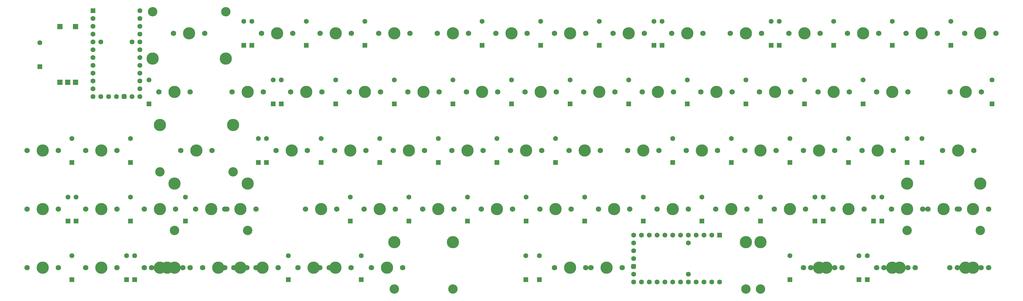
<source format=gbr>
%TF.GenerationSoftware,KiCad,Pcbnew,5.99.0+really5.1.10+dfsg1-1*%
%TF.CreationDate,2021-06-30T17:07:38-04:00*%
%TF.ProjectId,Pikatea Keyboard Teensy2,50696b61-7465-4612-904b-6579626f6172,rev?*%
%TF.SameCoordinates,Original*%
%TF.FileFunction,Soldermask,Bot*%
%TF.FilePolarity,Negative*%
%FSLAX46Y46*%
G04 Gerber Fmt 4.6, Leading zero omitted, Abs format (unit mm)*
G04 Created by KiCad (PCBNEW 5.99.0+really5.1.10+dfsg1-1) date 2021-06-30 17:07:38*
%MOMM*%
%LPD*%
G01*
G04 APERTURE LIST*
%ADD10C,3.987800*%
%ADD11C,1.750000*%
%ADD12C,3.048000*%
%ADD13C,1.600000*%
%ADD14R,1.600000X1.600000*%
%ADD15R,1.700000X1.700000*%
G04 APERTURE END LIST*
D10*
%TO.C,MX_RSHFT1*%
X21431250Y-130950000D03*
D11*
X26511250Y-130950000D03*
X16351250Y-130950000D03*
D12*
X33337500Y-137935000D03*
X9525000Y-137935000D03*
D10*
X33337500Y-122695000D03*
X9525000Y-122695000D03*
%TD*%
D11*
%TO.C,MX_0*%
X75882500Y-73800000D03*
X86042500Y-73800000D03*
D10*
X80962500Y-73800000D03*
%TD*%
%TO.C,MX_RSHFT2*%
X30956250Y-130950000D03*
D11*
X36036250Y-130950000D03*
X25876250Y-130950000D03*
%TD*%
D10*
%TO.C,MX_ENTER1*%
X16668750Y-111900000D03*
D11*
X21748750Y-111900000D03*
X11588750Y-111900000D03*
D12*
X28575000Y-118885000D03*
X4762500Y-118885000D03*
D10*
X28575000Y-103645000D03*
X4762500Y-103645000D03*
%TD*%
D13*
%TO.C,D70*%
X13081000Y-127037000D03*
D14*
X13081000Y-134837000D03*
%TD*%
D13*
%TO.C,D69*%
X-34226500Y-76872000D03*
D14*
X-34226500Y-84672000D03*
%TD*%
D13*
%TO.C,D68*%
X32004000Y-69887000D03*
D14*
X32004000Y-77687000D03*
%TD*%
D13*
%TO.C,D67*%
X34671000Y-69887000D03*
D14*
X34671000Y-77687000D03*
%TD*%
D13*
%TO.C,D66*%
X52387500Y-69887000D03*
D14*
X52387500Y-77687000D03*
%TD*%
D13*
%TO.C,D65*%
X71437500Y-69887000D03*
D14*
X71437500Y-77687000D03*
%TD*%
D13*
%TO.C,D64*%
X109537500Y-69887000D03*
D14*
X109537500Y-77687000D03*
%TD*%
D13*
%TO.C,D63*%
X128587500Y-69887000D03*
D14*
X128587500Y-77687000D03*
%TD*%
D13*
%TO.C,D62*%
X147637500Y-69887000D03*
D14*
X147637500Y-77687000D03*
%TD*%
D13*
%TO.C,D61*%
X165354000Y-69887000D03*
D14*
X165354000Y-77687000D03*
%TD*%
D13*
%TO.C,D60*%
X168021000Y-69887000D03*
D14*
X168021000Y-77687000D03*
%TD*%
D13*
%TO.C,D59*%
X203454000Y-69887000D03*
D14*
X203454000Y-77687000D03*
%TD*%
D13*
%TO.C,D58*%
X206121000Y-69887000D03*
D14*
X206121000Y-77687000D03*
%TD*%
D13*
%TO.C,D57*%
X223837500Y-69887000D03*
D14*
X223837500Y-77687000D03*
%TD*%
D13*
%TO.C,D56*%
X242887500Y-69887000D03*
D14*
X242887500Y-77687000D03*
%TD*%
D13*
%TO.C,D54*%
X-25146000Y-127037000D03*
D14*
X-25146000Y-134837000D03*
%TD*%
D13*
%TO.C,D53*%
X-23812500Y-107987000D03*
D14*
X-23812500Y-115787000D03*
%TD*%
D13*
%TO.C,D52*%
X-23812500Y-146087000D03*
D14*
X-23812500Y-153887000D03*
%TD*%
D13*
%TO.C,D51*%
X-22479000Y-127037000D03*
D14*
X-22479000Y-134837000D03*
%TD*%
D13*
%TO.C,D50*%
X-4762500Y-107987000D03*
D14*
X-4762500Y-115787000D03*
%TD*%
D13*
%TO.C,D49*%
X-6096000Y-146087000D03*
D14*
X-6096000Y-153887000D03*
%TD*%
D13*
%TO.C,D48*%
X-4762500Y-127037000D03*
D14*
X-4762500Y-134837000D03*
%TD*%
D13*
%TO.C,D47*%
X1206500Y-88937000D03*
D14*
X1206500Y-96737000D03*
%TD*%
D13*
%TO.C,D46*%
X-3429000Y-146087000D03*
D14*
X-3429000Y-153887000D03*
%TD*%
D13*
%TO.C,D45*%
X36766500Y-107987000D03*
D14*
X36766500Y-115787000D03*
%TD*%
D13*
%TO.C,D44*%
X41592500Y-88937000D03*
D14*
X41592500Y-96737000D03*
%TD*%
D13*
%TO.C,D43*%
X46482000Y-146087000D03*
D14*
X46482000Y-153887000D03*
%TD*%
D13*
%TO.C,D42*%
X39433500Y-107987000D03*
D14*
X39433500Y-115787000D03*
%TD*%
D13*
%TO.C,D41*%
X44196000Y-88937000D03*
D14*
X44196000Y-96737000D03*
%TD*%
D13*
%TO.C,D40*%
X70231000Y-146087000D03*
D14*
X70231000Y-153887000D03*
%TD*%
D13*
%TO.C,D39*%
X66675000Y-127037000D03*
D14*
X66675000Y-134837000D03*
%TD*%
D13*
%TO.C,D38*%
X57150000Y-107987000D03*
D14*
X57150000Y-115787000D03*
%TD*%
D13*
%TO.C,D37*%
X61912500Y-88937000D03*
D14*
X61912500Y-96737000D03*
%TD*%
D13*
%TO.C,D36*%
X123761500Y-146087000D03*
D14*
X123761500Y-153887000D03*
%TD*%
D13*
%TO.C,D35*%
X85725000Y-127037000D03*
D14*
X85725000Y-134837000D03*
%TD*%
D13*
%TO.C,D34*%
X76200000Y-107987000D03*
D14*
X76200000Y-115787000D03*
%TD*%
D13*
%TO.C,D33*%
X80962500Y-88937000D03*
D14*
X80962500Y-96737000D03*
%TD*%
D13*
%TO.C,D32*%
X104775000Y-127037000D03*
D14*
X104775000Y-134837000D03*
%TD*%
D13*
%TO.C,D31*%
X95250000Y-107987000D03*
D14*
X95250000Y-115787000D03*
%TD*%
D13*
%TO.C,D30*%
X100012500Y-88937000D03*
D14*
X100012500Y-96737000D03*
%TD*%
D13*
%TO.C,D29*%
X123825000Y-127037000D03*
D14*
X123825000Y-134837000D03*
%TD*%
D13*
%TO.C,D28*%
X114300000Y-107987000D03*
D14*
X114300000Y-115787000D03*
%TD*%
D13*
%TO.C,D27*%
X119062500Y-88937000D03*
D14*
X119062500Y-96737000D03*
%TD*%
D13*
%TO.C,D26*%
X142875000Y-127037000D03*
D14*
X142875000Y-134837000D03*
%TD*%
D13*
%TO.C,D25*%
X133350000Y-107987000D03*
D14*
X133350000Y-115787000D03*
%TD*%
D13*
%TO.C,D24*%
X128143000Y-146087000D03*
D14*
X128143000Y-153887000D03*
%TD*%
D13*
%TO.C,D23*%
X138112500Y-88937000D03*
D14*
X138112500Y-96737000D03*
%TD*%
D13*
%TO.C,D22*%
X161925000Y-127037000D03*
D14*
X161925000Y-134837000D03*
%TD*%
D13*
%TO.C,D21*%
X171450000Y-107987000D03*
D14*
X171450000Y-115787000D03*
%TD*%
D13*
%TO.C,D20*%
X157162500Y-88937000D03*
D14*
X157162500Y-96737000D03*
%TD*%
D13*
%TO.C,D19*%
X180975000Y-127037000D03*
D14*
X180975000Y-134837000D03*
%TD*%
D13*
%TO.C,D18*%
X190500000Y-107987000D03*
D14*
X190500000Y-115787000D03*
%TD*%
D13*
%TO.C,D17*%
X176212500Y-88937000D03*
D14*
X176212500Y-96737000D03*
%TD*%
D13*
%TO.C,D16*%
X200025000Y-127037000D03*
D14*
X200025000Y-134837000D03*
%TD*%
D13*
%TO.C,D15*%
X209550000Y-107987000D03*
D14*
X209550000Y-115787000D03*
%TD*%
D13*
%TO.C,D14*%
X195262500Y-88937000D03*
D14*
X195262500Y-96737000D03*
%TD*%
D13*
%TO.C,D13*%
X217741500Y-127037000D03*
D14*
X217741500Y-134837000D03*
%TD*%
D13*
%TO.C,D12*%
X228600000Y-107987000D03*
D14*
X228600000Y-115787000D03*
%TD*%
D13*
%TO.C,D11*%
X214312500Y-88937000D03*
D14*
X214312500Y-96737000D03*
%TD*%
D13*
%TO.C,D10*%
X220408500Y-127037000D03*
D14*
X220408500Y-134837000D03*
%TD*%
D13*
%TO.C,D9*%
X209550000Y-146087000D03*
D14*
X209550000Y-153887000D03*
%TD*%
D13*
%TO.C,D8*%
X247650000Y-107987000D03*
D14*
X247650000Y-115787000D03*
%TD*%
D13*
%TO.C,D7*%
X233362500Y-88937000D03*
D14*
X233362500Y-96737000D03*
%TD*%
D13*
%TO.C,D6*%
X236791500Y-127037000D03*
D14*
X236791500Y-134837000D03*
%TD*%
D13*
%TO.C,D5*%
X232029000Y-146087000D03*
D14*
X232029000Y-153887000D03*
%TD*%
D13*
%TO.C,D4*%
X239458500Y-127037000D03*
D14*
X239458500Y-134837000D03*
%TD*%
D13*
%TO.C,D3*%
X252476000Y-107987000D03*
D14*
X252476000Y-115787000D03*
%TD*%
D13*
%TO.C,D2*%
X275272500Y-88937000D03*
D14*
X275272500Y-96737000D03*
%TD*%
D13*
%TO.C,D1*%
X234696000Y-146087000D03*
D14*
X234696000Y-153887000D03*
%TD*%
D13*
%TO.C,D55*%
X261937500Y-69887000D03*
D14*
X261937500Y-77687000D03*
%TD*%
D10*
%TO.C,MX_LSHFT2*%
X269062500Y-130950000D03*
D11*
X274142500Y-130950000D03*
X263982500Y-130950000D03*
%TD*%
D10*
%TO.C,MX_LSHFT1*%
X259556250Y-130950000D03*
D11*
X264636250Y-130950000D03*
X254476250Y-130950000D03*
D12*
X271462500Y-137935000D03*
X247650000Y-137935000D03*
D10*
X271462500Y-122695000D03*
X247650000Y-122695000D03*
%TD*%
%TO.C,MX_LCTRL2*%
X266681250Y-150000000D03*
D11*
X271761250Y-150000000D03*
X261601250Y-150000000D03*
%TD*%
D10*
%TO.C,MX_LCTRL1*%
X269062500Y-150000000D03*
D11*
X274142500Y-150000000D03*
X263982500Y-150000000D03*
%TD*%
D10*
%TO.C,MX_LALT2*%
X219056250Y-150000000D03*
D11*
X224136250Y-150000000D03*
X213976250Y-150000000D03*
%TD*%
D10*
%TO.C,MX_LALT1*%
X221437500Y-150000000D03*
D11*
X226517500Y-150000000D03*
X216357500Y-150000000D03*
%TD*%
D10*
%TO.C,MX_SPACE2*%
X138093750Y-150000000D03*
D11*
X143173750Y-150000000D03*
X133013750Y-150000000D03*
D12*
X195243750Y-156985000D03*
X80943750Y-156985000D03*
D10*
X195243750Y-141745000D03*
X80943750Y-141745000D03*
%TD*%
%TO.C,MX_SPACE1*%
X150000000Y-150000000D03*
D11*
X155080000Y-150000000D03*
X144920000Y-150000000D03*
D12*
X199999900Y-156985000D03*
X100000100Y-156985000D03*
D10*
X199999900Y-141745000D03*
X100000100Y-141745000D03*
%TD*%
%TO.C,MX_BSPC1*%
X14287500Y-73800000D03*
D11*
X19367500Y-73800000D03*
X9207500Y-73800000D03*
D12*
X26193750Y-66815000D03*
X2381250Y-66815000D03*
D10*
X26193750Y-82055000D03*
X2381250Y-82055000D03*
%TD*%
%TO.C,MX_BSLSH1*%
X9525000Y-92850000D03*
D11*
X14605000Y-92850000D03*
X4445000Y-92850000D03*
%TD*%
D10*
%TO.C,MX_TAB1*%
X266700000Y-92850000D03*
D11*
X271780000Y-92850000D03*
X261620000Y-92850000D03*
%TD*%
D10*
%TO.C,MX_CAPS1*%
X264318750Y-111900000D03*
D11*
X269398750Y-111900000D03*
X259238750Y-111900000D03*
%TD*%
D10*
%TO.C,MX_RALT1*%
X78562500Y-150000000D03*
D11*
X83642500Y-150000000D03*
X73482500Y-150000000D03*
%TD*%
D10*
%TO.C,MX_RMENU2*%
X38100000Y-150000000D03*
D11*
X43180000Y-150000000D03*
X33020000Y-150000000D03*
%TD*%
D10*
%TO.C,MX_RMENU1*%
X30956250Y-150000000D03*
D11*
X36036250Y-150000000D03*
X25876250Y-150000000D03*
%TD*%
D10*
%TO.C,MX_RCTRL2*%
X9521250Y-150000000D03*
D11*
X14601250Y-150000000D03*
X4441250Y-150000000D03*
%TD*%
D10*
%TO.C,MX_RCTRL1*%
X7140000Y-150000000D03*
D11*
X12220000Y-150000000D03*
X2060000Y-150000000D03*
%TD*%
D10*
%TO.C,MX_RMENU3*%
X23780000Y-150000000D03*
D11*
X28860000Y-150000000D03*
X18700000Y-150000000D03*
%TD*%
D10*
%TO.C,MX_Q1*%
X242887500Y-92850000D03*
D11*
X247967500Y-92850000D03*
X237807500Y-92850000D03*
%TD*%
D10*
%TO.C,MX_LMENU2*%
X242868750Y-150000000D03*
D11*
X247948750Y-150000000D03*
X237788750Y-150000000D03*
%TD*%
D10*
%TO.C,MX_LMENU1*%
X245250000Y-150000000D03*
D11*
X250330000Y-150000000D03*
X240170000Y-150000000D03*
%TD*%
D10*
%TO.C,MX_EXTRA1*%
X247650000Y-130950000D03*
D11*
X252730000Y-130950000D03*
X242570000Y-130950000D03*
%TD*%
D10*
%TO.C,MX_A1*%
X238125000Y-111900000D03*
D11*
X243205000Y-111900000D03*
X233045000Y-111900000D03*
%TD*%
D10*
%TO.C,MX_RWIN2*%
X61860000Y-150000000D03*
D11*
X66940000Y-150000000D03*
X56780000Y-150000000D03*
%TD*%
D10*
%TO.C,MX_RWIN1*%
X54750000Y-150000000D03*
D11*
X59830000Y-150000000D03*
X49670000Y-150000000D03*
%TD*%
D10*
%TO.C,MX_Z1*%
X228600000Y-130950000D03*
D11*
X233680000Y-130950000D03*
X223520000Y-130950000D03*
%TD*%
D10*
%TO.C,MX_Y1*%
X147637500Y-92850000D03*
D11*
X152717500Y-92850000D03*
X142557500Y-92850000D03*
%TD*%
D10*
%TO.C,MX_X1*%
X209550000Y-130950000D03*
D11*
X214630000Y-130950000D03*
X204470000Y-130950000D03*
%TD*%
D10*
%TO.C,MX_W1*%
X223837500Y-92850000D03*
D11*
X228917500Y-92850000D03*
X218757500Y-92850000D03*
%TD*%
D10*
%TO.C,MX_V1*%
X171450000Y-130950000D03*
D11*
X176530000Y-130950000D03*
X166370000Y-130950000D03*
%TD*%
D10*
%TO.C,MX_UP2*%
X4762500Y-130950000D03*
D11*
X9842500Y-130950000D03*
X-317500Y-130950000D03*
%TD*%
D10*
%TO.C,MX_UP1*%
X-14287500Y-130950000D03*
D11*
X-9207500Y-130950000D03*
X-19367500Y-130950000D03*
%TD*%
D10*
%TO.C,MX_U1*%
X128587500Y-92850000D03*
D11*
X133667500Y-92850000D03*
X123507500Y-92850000D03*
%TD*%
D10*
%TO.C,MX_T1*%
X166687500Y-92850000D03*
D11*
X171767500Y-92850000D03*
X161607500Y-92850000D03*
%TD*%
D10*
%TO.C,MX_SEMI1*%
X66675000Y-111900000D03*
D11*
X71755000Y-111900000D03*
X61595000Y-111900000D03*
%TD*%
D10*
%TO.C,MX_S1*%
X219075000Y-111900000D03*
D11*
X224155000Y-111900000D03*
X213995000Y-111900000D03*
%TD*%
D10*
%TO.C,MX_RIGHT1*%
X-33337500Y-150000000D03*
D11*
X-28257500Y-150000000D03*
X-38417500Y-150000000D03*
%TD*%
D10*
%TO.C,MX_RCTRL3*%
X4758750Y-150000000D03*
D11*
X9838750Y-150000000D03*
X-321250Y-150000000D03*
%TD*%
D10*
%TO.C,MX_R1*%
X185737500Y-92850000D03*
D11*
X190817500Y-92850000D03*
X180657500Y-92850000D03*
%TD*%
D10*
%TO.C,MX_QUOTE1*%
X47625000Y-111900000D03*
D11*
X52705000Y-111900000D03*
X42545000Y-111900000D03*
%TD*%
D10*
%TO.C,MX_PLUS1*%
X42862500Y-73800000D03*
D11*
X47942500Y-73800000D03*
X37782500Y-73800000D03*
%TD*%
D10*
%TO.C,MX_P1*%
X71437500Y-92850000D03*
D11*
X76517500Y-92850000D03*
X66357500Y-92850000D03*
%TD*%
D10*
%TO.C,MX_OPBRK1*%
X52387500Y-92850000D03*
D11*
X57467500Y-92850000D03*
X47307500Y-92850000D03*
%TD*%
D10*
%TO.C,MX_O1*%
X90487500Y-92850000D03*
D11*
X95567500Y-92850000D03*
X85407500Y-92850000D03*
%TD*%
D10*
%TO.C,MX_N1*%
X133350000Y-130950000D03*
D11*
X138430000Y-130950000D03*
X128270000Y-130950000D03*
%TD*%
D10*
%TO.C,MX_MINUS1*%
X61912500Y-73800000D03*
D11*
X66992500Y-73800000D03*
X56832500Y-73800000D03*
%TD*%
D10*
%TO.C,MX_MACRO3*%
X-33337500Y-130950000D03*
D11*
X-28257500Y-130950000D03*
X-38417500Y-130950000D03*
%TD*%
D10*
%TO.C,MX_MACRO2*%
X-33337500Y-111900000D03*
D11*
X-28257500Y-111900000D03*
X-38417500Y-111900000D03*
%TD*%
D10*
%TO.C,MX_MACRO1*%
X-14287500Y-111900000D03*
D11*
X-9207500Y-111900000D03*
X-19367500Y-111900000D03*
%TD*%
D10*
%TO.C,MX_M1*%
X114300000Y-130950000D03*
D11*
X119380000Y-130950000D03*
X109220000Y-130950000D03*
%TD*%
D10*
%TO.C,MX_L1*%
X85725000Y-111900000D03*
D11*
X90805000Y-111900000D03*
X80645000Y-111900000D03*
%TD*%
D10*
%TO.C,MX_K1*%
X104775000Y-111900000D03*
D11*
X109855000Y-111900000D03*
X99695000Y-111900000D03*
%TD*%
D10*
%TO.C,MX_J1*%
X123825000Y-111900000D03*
D11*
X128905000Y-111900000D03*
X118745000Y-111900000D03*
%TD*%
D10*
%TO.C,MX_I1*%
X109537500Y-92850000D03*
D11*
X114617500Y-92850000D03*
X104457500Y-92850000D03*
%TD*%
D10*
%TO.C,MX_H1*%
X142875000Y-111900000D03*
D11*
X147955000Y-111900000D03*
X137795000Y-111900000D03*
%TD*%
D10*
%TO.C,MX_G1*%
X161925000Y-111900000D03*
D11*
X167005000Y-111900000D03*
X156845000Y-111900000D03*
%TD*%
D10*
%TO.C,MX_FSLSH1*%
X57150000Y-130950000D03*
D11*
X62230000Y-130950000D03*
X52070000Y-130950000D03*
%TD*%
D10*
%TO.C,MX_F1*%
X180975000Y-111900000D03*
D11*
X186055000Y-111900000D03*
X175895000Y-111900000D03*
%TD*%
D10*
%TO.C,MX_E1*%
X204787500Y-92850000D03*
D11*
X209867500Y-92850000D03*
X199707500Y-92850000D03*
%TD*%
D10*
%TO.C,MX_DOWN1*%
X-14287500Y-150000000D03*
D11*
X-9207500Y-150000000D03*
X-19367500Y-150000000D03*
%TD*%
D10*
%TO.C,MX_D1*%
X200025000Y-111900000D03*
D11*
X205105000Y-111900000D03*
X194945000Y-111900000D03*
%TD*%
D10*
%TO.C,MX_CLBRK1*%
X33337500Y-92850000D03*
D11*
X38417500Y-92850000D03*
X28257500Y-92850000D03*
%TD*%
D10*
%TO.C,MX_C1*%
X190500000Y-130950000D03*
D11*
X195580000Y-130950000D03*
X185420000Y-130950000D03*
%TD*%
D10*
%TO.C,MX_B1*%
X152400000Y-130950000D03*
D11*
X157480000Y-130950000D03*
X147320000Y-130950000D03*
%TD*%
D10*
%TO.C,MX_>1*%
X76200000Y-130950000D03*
D11*
X81280000Y-130950000D03*
X71120000Y-130950000D03*
%TD*%
D10*
%TO.C,MX_<1*%
X95250000Y-130950000D03*
D11*
X100330000Y-130950000D03*
X90170000Y-130950000D03*
%TD*%
D10*
%TO.C,MX_9*%
X100012500Y-73800000D03*
D11*
X105092500Y-73800000D03*
X94932500Y-73800000D03*
%TD*%
D10*
%TO.C,MX_8*%
X119062500Y-73800000D03*
D11*
X124142500Y-73800000D03*
X113982500Y-73800000D03*
%TD*%
D10*
%TO.C,MX_7*%
X138112500Y-73800000D03*
D11*
X143192500Y-73800000D03*
X133032500Y-73800000D03*
%TD*%
D10*
%TO.C,MX_6*%
X157162500Y-73800000D03*
D11*
X162242500Y-73800000D03*
X152082500Y-73800000D03*
%TD*%
D10*
%TO.C,MX_5*%
X176212500Y-73800000D03*
D11*
X181292500Y-73800000D03*
X171132500Y-73800000D03*
%TD*%
D10*
%TO.C,MX_4*%
X195262500Y-73800000D03*
D11*
X200342500Y-73800000D03*
X190182500Y-73800000D03*
%TD*%
D10*
%TO.C,MX_3*%
X214312500Y-73800000D03*
D11*
X219392500Y-73800000D03*
X209232500Y-73800000D03*
%TD*%
D10*
%TO.C,MX_2*%
X233362500Y-73800000D03*
D11*
X238442500Y-73800000D03*
X228282500Y-73800000D03*
%TD*%
D10*
%TO.C,MX_1*%
X252412500Y-73800000D03*
D11*
X257492500Y-73800000D03*
X247332500Y-73800000D03*
%TD*%
D10*
%TO.C,MX_ESC1*%
X271462500Y-73800000D03*
D11*
X276542500Y-73800000D03*
X266382500Y-73800000D03*
%TD*%
D13*
%TO.C,U1*%
X-4318000Y-76581000D03*
X-14478000Y-76581000D03*
X-1778000Y-66421000D03*
X-1778000Y-68961000D03*
X-1778000Y-71501000D03*
X-1778000Y-74041000D03*
X-1778000Y-76581000D03*
X-1778000Y-79121000D03*
X-1778000Y-81661000D03*
X-1778000Y-84201000D03*
X-1778000Y-86741000D03*
X-1778000Y-89281000D03*
X-1778000Y-91821000D03*
X-1778000Y-94361000D03*
X-4318000Y-94361000D03*
G36*
G01*
X-7258000Y-93561000D02*
X-6458000Y-93561000D01*
G75*
G02*
X-6058000Y-93961000I0J-400000D01*
G01*
X-6058000Y-94761000D01*
G75*
G02*
X-6458000Y-95161000I-400000J0D01*
G01*
X-7258000Y-95161000D01*
G75*
G02*
X-7658000Y-94761000I0J400000D01*
G01*
X-7658000Y-93961000D01*
G75*
G02*
X-7258000Y-93561000I400000J0D01*
G01*
G37*
X-11938000Y-94361000D03*
X-14478000Y-94361000D03*
X-17018000Y-94361000D03*
X-17018000Y-91821000D03*
X-17018000Y-89281000D03*
X-17018000Y-86741000D03*
X-17018000Y-84201000D03*
X-17018000Y-81661000D03*
X-17018000Y-79121000D03*
X-17018000Y-76581000D03*
X-17018000Y-74041000D03*
X-17018000Y-71501000D03*
X-17018000Y-68961000D03*
D14*
X-17018000Y-66421000D03*
D13*
X-9398000Y-94361000D03*
%TD*%
%TO.C,U2*%
X176530000Y-152146000D03*
X176530000Y-141986000D03*
X186690000Y-154686000D03*
X184150000Y-154686000D03*
X181610000Y-154686000D03*
X179070000Y-154686000D03*
X176530000Y-154686000D03*
X173990000Y-154686000D03*
X171450000Y-154686000D03*
X168910000Y-154686000D03*
X166370000Y-154686000D03*
X163830000Y-154686000D03*
X161290000Y-154686000D03*
X158750000Y-154686000D03*
X158750000Y-152146000D03*
G36*
G01*
X159550000Y-149206000D02*
X159550000Y-150006000D01*
G75*
G02*
X159150000Y-150406000I-400000J0D01*
G01*
X158350000Y-150406000D01*
G75*
G02*
X157950000Y-150006000I0J400000D01*
G01*
X157950000Y-149206000D01*
G75*
G02*
X158350000Y-148806000I400000J0D01*
G01*
X159150000Y-148806000D01*
G75*
G02*
X159550000Y-149206000I0J-400000D01*
G01*
G37*
X158750000Y-144526000D03*
X158750000Y-141986000D03*
X158750000Y-139446000D03*
X161290000Y-139446000D03*
X163830000Y-139446000D03*
X166370000Y-139446000D03*
X168910000Y-139446000D03*
X171450000Y-139446000D03*
X173990000Y-139446000D03*
X176530000Y-139446000D03*
X179070000Y-139446000D03*
X181610000Y-139446000D03*
X184150000Y-139446000D03*
D14*
X186690000Y-139446000D03*
D13*
X158750000Y-147066000D03*
%TD*%
D15*
%TO.C,SW2*%
X-27754580Y-71635640D03*
X-22674580Y-71635640D03*
X-25214580Y-89735640D03*
X-27754580Y-89735640D03*
X-22674580Y-89735640D03*
%TD*%
M02*

</source>
